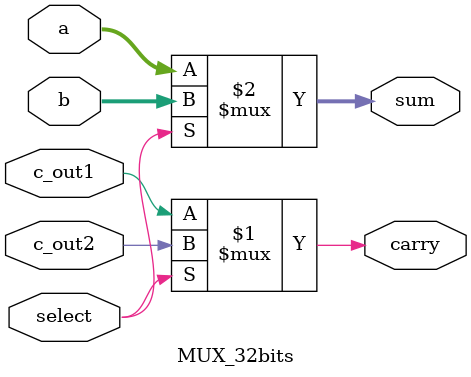
<source format=v>
`timescale 1ns / 1ps


module MUX_32bits(carry, sum, select, a, b, c_out1, c_out2);

    input select;
    input [31:0] a, b;
    input c_out1, c_out2;
    output carry;
    output [31:0] sum;
    
    assign carry = select ? c_out2: c_out1;
    assign sum = select ? b : a;
    
endmodule

</source>
